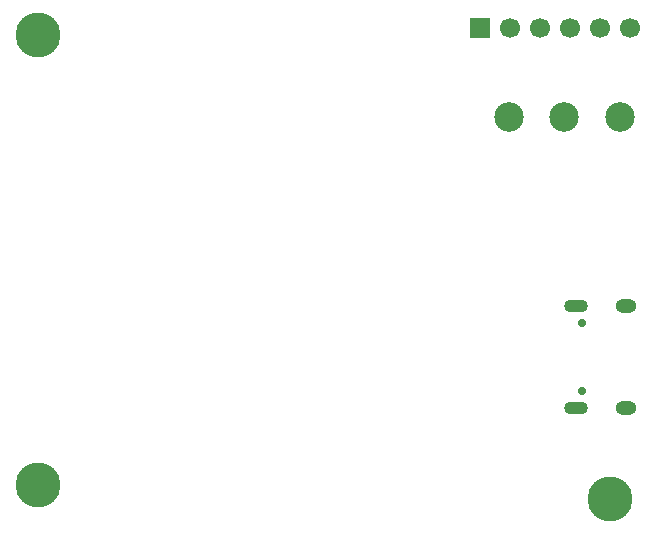
<source format=gbr>
%TF.GenerationSoftware,KiCad,Pcbnew,7.0.11+dfsg-1*%
%TF.CreationDate,2024-04-27T01:01:37+02:00*%
%TF.ProjectId,door_open_alarm,646f6f72-5f6f-4706-956e-5f616c61726d,rev?*%
%TF.SameCoordinates,Original*%
%TF.FileFunction,Soldermask,Bot*%
%TF.FilePolarity,Negative*%
%FSLAX46Y46*%
G04 Gerber Fmt 4.6, Leading zero omitted, Abs format (unit mm)*
G04 Created by KiCad (PCBNEW 7.0.11+dfsg-1) date 2024-04-27 01:01:37*
%MOMM*%
%LPD*%
G01*
G04 APERTURE LIST*
%ADD10C,3.800000*%
%ADD11C,0.700000*%
%ADD12O,2.000000X1.100000*%
%ADD13O,1.800000X1.200000*%
%ADD14C,2.500000*%
%ADD15R,1.700000X1.700000*%
%ADD16C,1.700000*%
G04 APERTURE END LIST*
D10*
%TO.C,H2*%
X135300000Y-108400000D03*
%TD*%
D11*
%TO.C,USB1*%
X132945000Y-99310000D03*
X132945000Y-93530000D03*
D12*
X132415000Y-100740000D03*
D13*
X136625000Y-100740000D03*
D12*
X132415000Y-92100000D03*
D13*
X136625000Y-92100000D03*
%TD*%
D10*
%TO.C,H3*%
X86868000Y-107188000D03*
%TD*%
%TO.C,H4*%
X86868000Y-69088000D03*
%TD*%
D14*
%TO.C,SW3*%
X126700000Y-76100000D03*
X131400000Y-76100000D03*
X136100000Y-76100000D03*
%TD*%
D15*
%TO.C,H1*%
X124307600Y-68529200D03*
D16*
X126847600Y-68529200D03*
X129387600Y-68529200D03*
X131927600Y-68529200D03*
X134467600Y-68529200D03*
X137007600Y-68529200D03*
%TD*%
M02*

</source>
